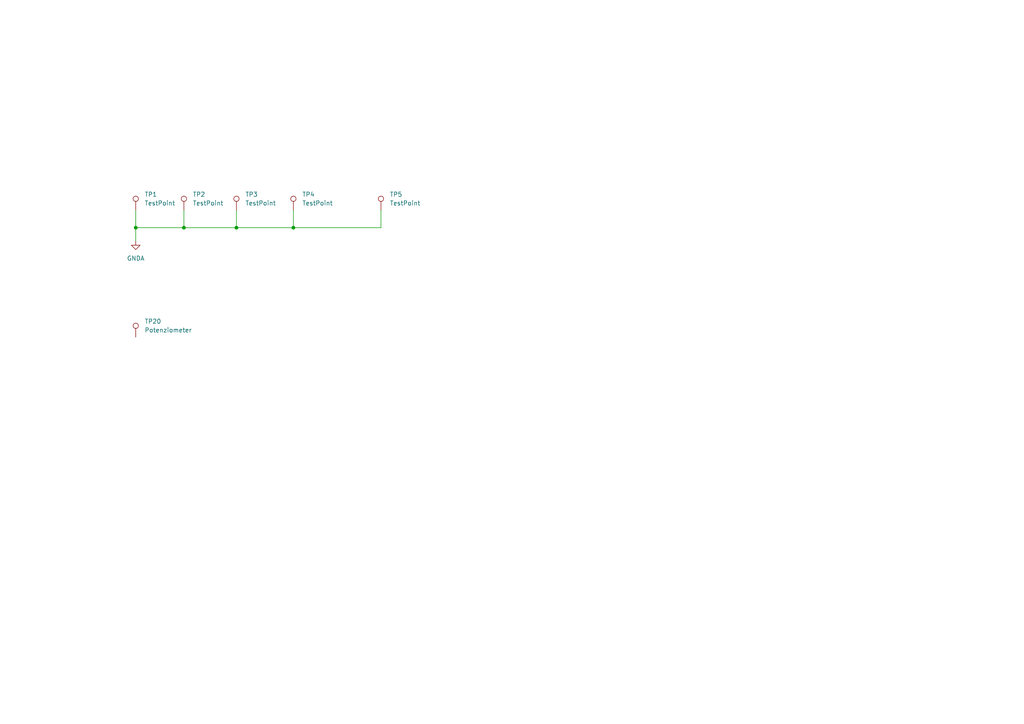
<source format=kicad_sch>
(kicad_sch (version 20211123) (generator eeschema)
  (paper "A4")
  (lib_symbols
    (symbol "Connector:TestPoint" (pin_numbers hide) (pin_names (offset 0.762) hide)
      (property "Reference" "TP" (at 0 6.858 0))
      (property "Value" "TestPoint" (at 0 5.08 0))
      (symbol "TestPoint_0_1"
        (circle (center 0 3.302) (radius 0.762))
      )
      (symbol "TestPoint_1_1"
        (pin passive line (at 0 0 90) (length 2.54) (name "1") (number "1"))
      )
    )
    (symbol "power:GNDA" (power) (pin_names (offset 0))
      (property "Value" "GNDA" (at 0 -3.81 0))
      (symbol "GNDA_0_1"
        (polyline (pts (xy 0 0) (xy 0 -1.27) (xy 1.27 -1.27) (xy 0 -2.54) (xy -1.27 -1.27) (xy 0 -1.27)))
      )
      (symbol "GNDA_1_1"
        (pin power_in line (at 0 0 270) (length 0) hide (name "GNDA") (number "1"))
      )
    )
  )
  (junction (at 68.58 66.04))
  (junction (at 85.09 66.04))
  (junction (at 53.34 66.04))
  (junction (at 39.37 66.04))
  (wire (pts (xy 68.58 66.04) (xy 85.09 66.04)))
  (wire (pts (xy 39.37 69.85) (xy 39.37 66.04)))
  (wire (pts (xy 85.09 66.04) (xy 110.49 66.04)))
  (wire (pts (xy 68.58 60.96) (xy 68.58 66.04)))
  (wire (pts (xy 85.09 60.96) (xy 85.09 66.04)))
  (wire (pts (xy 39.37 60.96) (xy 39.37 66.04)))
  (wire (pts (xy 53.34 60.96) (xy 53.34 66.04)))
  (wire (pts (xy 110.49 66.04) (xy 110.49 60.96)))
  (wire (pts (xy 39.37 66.04) (xy 53.34 66.04)))
  (wire (pts (xy 53.34 66.04) (xy 68.58 66.04)))
  (symbol (lib_id "power:GNDA") (at 39.37 69.85 0) (unit 1)
    (property "Reference" "#PWR0101" (effects hide))
    (property "Value" "GNDA" (at 39.37 74.93 0))
  )
  (symbol (lib_id "Connector:TestPoint") (at 39.37 97.79 0) (unit 1)
    (property "Reference" "TP20" (at 41.91 93.2179 0) (effects (justify left)))
    (property "Value" "Potenziometer" (at 41.91 95.7579 0) (effects (justify left)))
    (property "Footprint" "MountingHole:MountingHole_6.5mm_Pad_Via" (effects hide))
  )
  (symbol (lib_id "Connector:TestPoint") (at 85.09 60.96 0) (unit 1)
    (property "Reference" "TP4" (at 87.63 56.3879 0) (effects (justify left)))
    (property "Value" "TestPoint" (at 87.63 58.9279 0) (effects (justify left)))
    (property "Footprint" "MountingHole:MountingHole_3.2mm_M3_Pad_Via" (effects hide))
  )
  (symbol (lib_id "Connector:TestPoint") (at 68.58 60.96 0) (unit 1)
    (property "Reference" "TP3" (at 71.12 56.3879 0) (effects (justify left)))
    (property "Value" "TestPoint" (at 71.12 58.9279 0) (effects (justify left)))
    (property "Footprint" "MountingHole:MountingHole_3.2mm_M3_Pad_Via" (effects hide))
  )
  (symbol (lib_id "Connector:TestPoint") (at 53.34 60.96 0) (unit 1)
    (property "Reference" "TP2" (at 55.88 56.3879 0) (effects (justify left)))
    (property "Value" "TestPoint" (at 55.88 58.9279 0) (effects (justify left)))
    (property "Footprint" "MountingHole:MountingHole_3.2mm_M3_Pad_Via" (effects hide))
  )
  (symbol (lib_id "Connector:TestPoint") (at 39.37 60.96 0) (unit 1)
    (property "Reference" "TP1" (at 41.91 56.3879 0) (effects (justify left)))
    (property "Value" "TestPoint" (at 41.91 58.9279 0) (effects (justify left)))
    (property "Footprint" "MountingHole:MountingHole_3.2mm_M3_Pad_Via" (effects hide))
  )
  (symbol (lib_id "Connector:TestPoint") (at 110.49 60.96 0) (unit 1)
    (property "Reference" "TP5" (at 113.03 56.3879 0) (effects (justify left)))
    (property "Value" "TestPoint" (at 113.03 58.9279 0) (effects (justify left)))
    (property "Footprint" "Breadboard:BreadBoard 81x146" (effects hide))
  )
)
</source>
